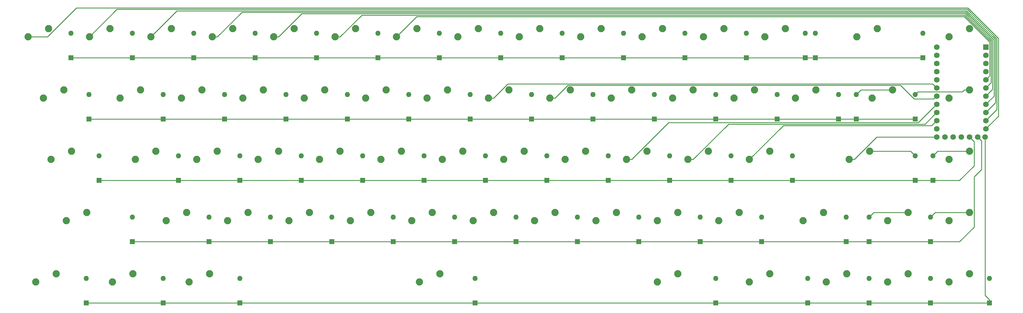
<source format=gbl>
G04 #@! TF.GenerationSoftware,KiCad,Pcbnew,(5.1.5)-3*
G04 #@! TF.CreationDate,2020-08-03T20:25:44+02:00*
G04 #@! TF.ProjectId,odyssey67,6f647973-7365-4793-9637-2e6b69636164,1.0*
G04 #@! TF.SameCoordinates,Original*
G04 #@! TF.FileFunction,Copper,L2,Bot*
G04 #@! TF.FilePolarity,Positive*
%FSLAX46Y46*%
G04 Gerber Fmt 4.6, Leading zero omitted, Abs format (unit mm)*
G04 Created by KiCad (PCBNEW (5.1.5)-3) date 2020-08-03 20:25:44*
%MOMM*%
%LPD*%
G04 APERTURE LIST*
%ADD10C,2.250000*%
%ADD11C,1.752600*%
%ADD12R,1.752600X1.752600*%
%ADD13R,1.600000X1.600000*%
%ADD14O,1.600000X1.600000*%
%ADD15C,0.250000*%
G04 APERTURE END LIST*
D10*
X319246250Y-105410000D03*
X325596250Y-102870000D03*
D11*
X356711250Y-136525000D03*
X354171250Y-136525000D03*
X351631250Y-136525000D03*
X349091250Y-136525000D03*
X346551250Y-136525000D03*
X344011250Y-108585000D03*
X359022650Y-136525000D03*
X344011250Y-111125000D03*
X344011250Y-113665000D03*
X344011250Y-116205000D03*
X344011250Y-118745000D03*
X344011250Y-121285000D03*
X344011250Y-123825000D03*
X344011250Y-126365000D03*
X344011250Y-128905000D03*
X344011250Y-131445000D03*
X344011250Y-133985000D03*
X344011250Y-136525000D03*
X359251250Y-133985000D03*
X359251250Y-131445000D03*
X359251250Y-128905000D03*
X359251250Y-126365000D03*
X359251250Y-123825000D03*
X359251250Y-121285000D03*
X359251250Y-118745000D03*
X359251250Y-116205000D03*
X359251250Y-113665000D03*
X359251250Y-111125000D03*
D12*
X359251250Y-108585000D03*
D10*
X347821250Y-181610000D03*
X354171250Y-179070000D03*
X328771250Y-181610000D03*
X335121250Y-179070000D03*
X309721250Y-181610000D03*
X316071250Y-179070000D03*
X285908750Y-181610000D03*
X292258750Y-179070000D03*
X257333750Y-181610000D03*
X263683750Y-179070000D03*
X183515000Y-181610000D03*
X189865000Y-179070000D03*
X112077500Y-181610000D03*
X118427500Y-179070000D03*
X88265000Y-181610000D03*
X94615000Y-179070000D03*
X64452500Y-181610000D03*
X70802500Y-179070000D03*
X347821250Y-162560000D03*
X354171250Y-160020000D03*
X328771250Y-162560000D03*
X335121250Y-160020000D03*
X302577500Y-162560000D03*
X308927500Y-160020000D03*
X276383750Y-162560000D03*
X282733750Y-160020000D03*
X257333750Y-162560000D03*
X263683750Y-160020000D03*
X238283750Y-162560000D03*
X244633750Y-160020000D03*
X219233750Y-162560000D03*
X225583750Y-160020000D03*
X200183750Y-162560000D03*
X206533750Y-160020000D03*
X181133750Y-162560000D03*
X187483750Y-160020000D03*
X162083750Y-162560000D03*
X168433750Y-160020000D03*
X143033750Y-162560000D03*
X149383750Y-160020000D03*
X123983750Y-162560000D03*
X130333750Y-160020000D03*
X104933750Y-162560000D03*
X111283750Y-160020000D03*
X73977500Y-162560000D03*
X80327500Y-160020000D03*
X347821250Y-143510000D03*
X354171250Y-140970000D03*
X316865000Y-143510000D03*
X323215000Y-140970000D03*
X285908750Y-143510000D03*
X292258750Y-140970000D03*
X247808750Y-143510000D03*
X254158750Y-140970000D03*
X266858750Y-143510000D03*
X273208750Y-140970000D03*
X228758750Y-143510000D03*
X235108750Y-140970000D03*
X209708750Y-143510000D03*
X216058750Y-140970000D03*
X190658750Y-143510000D03*
X197008750Y-140970000D03*
X171608750Y-143510000D03*
X177958750Y-140970000D03*
X152558750Y-143510000D03*
X158908750Y-140970000D03*
X133508750Y-143510000D03*
X139858750Y-140970000D03*
X114458750Y-143510000D03*
X120808750Y-140970000D03*
X95408750Y-143510000D03*
X101758750Y-140970000D03*
X69215000Y-143510000D03*
X75565000Y-140970000D03*
X347821250Y-124460000D03*
X354171250Y-121920000D03*
X324008750Y-124460000D03*
X330358750Y-121920000D03*
X300196250Y-124460000D03*
X306546250Y-121920000D03*
X281146250Y-124460000D03*
X287496250Y-121920000D03*
X262096250Y-124460000D03*
X268446250Y-121920000D03*
X243046250Y-124460000D03*
X249396250Y-121920000D03*
X223996250Y-124460000D03*
X230346250Y-121920000D03*
X204946250Y-124460000D03*
X211296250Y-121920000D03*
X185896250Y-124460000D03*
X192246250Y-121920000D03*
X166846250Y-124460000D03*
X173196250Y-121920000D03*
X147796250Y-124460000D03*
X154146250Y-121920000D03*
X128746250Y-124460000D03*
X135096250Y-121920000D03*
X109696250Y-124460000D03*
X116046250Y-121920000D03*
X90646250Y-124460000D03*
X96996250Y-121920000D03*
X66833750Y-124460000D03*
X73183750Y-121920000D03*
X347821250Y-105410000D03*
X354171250Y-102870000D03*
X290671250Y-105410000D03*
X297021250Y-102870000D03*
X271621250Y-105410000D03*
X277971250Y-102870000D03*
X252571250Y-105410000D03*
X258921250Y-102870000D03*
X233521250Y-105410000D03*
X239871250Y-102870000D03*
X214471250Y-105410000D03*
X220821250Y-102870000D03*
X195421250Y-105410000D03*
X201771250Y-102870000D03*
X176371250Y-105410000D03*
X182721250Y-102870000D03*
X157321250Y-105410000D03*
X163671250Y-102870000D03*
X138271250Y-105410000D03*
X144621250Y-102870000D03*
X119221250Y-105410000D03*
X125571250Y-102870000D03*
X100171250Y-105410000D03*
X106521250Y-102870000D03*
X62071250Y-105410000D03*
X68421250Y-102870000D03*
X81121250Y-105410000D03*
X87471250Y-102870000D03*
D13*
X360362500Y-188118750D03*
D14*
X360362500Y-180498750D03*
D13*
X342106250Y-188118750D03*
D14*
X342106250Y-180498750D03*
D13*
X323056250Y-188118750D03*
D14*
X323056250Y-180498750D03*
D13*
X304006250Y-188118750D03*
D14*
X304006250Y-180498750D03*
D13*
X275431250Y-188118750D03*
D14*
X275431250Y-180498750D03*
D13*
X200818750Y-188118750D03*
D14*
X200818750Y-180498750D03*
D13*
X127793750Y-188118750D03*
D14*
X127793750Y-180498750D03*
D13*
X103981250Y-188118750D03*
D14*
X103981250Y-180498750D03*
D13*
X80168750Y-188118750D03*
D14*
X80168750Y-180498750D03*
D13*
X342106250Y-169068750D03*
D14*
X342106250Y-161448750D03*
D13*
X323056250Y-169068750D03*
D14*
X323056250Y-161448750D03*
D13*
X315912500Y-169068750D03*
D14*
X315912500Y-161448750D03*
D13*
X289718750Y-169068750D03*
D14*
X289718750Y-161448750D03*
D13*
X270668750Y-169068750D03*
D14*
X270668750Y-161448750D03*
D13*
X251618750Y-169068750D03*
D14*
X251618750Y-161448750D03*
D13*
X232568750Y-169068750D03*
D14*
X232568750Y-161448750D03*
D13*
X213518750Y-169068750D03*
D14*
X213518750Y-161448750D03*
D13*
X194468750Y-169068750D03*
D14*
X194468750Y-161448750D03*
D13*
X175418750Y-169068750D03*
D14*
X175418750Y-161448750D03*
D13*
X156368750Y-169068750D03*
D14*
X156368750Y-161448750D03*
D13*
X137318750Y-169068750D03*
D14*
X137318750Y-161448750D03*
D13*
X118268750Y-169068750D03*
D14*
X118268750Y-161448750D03*
D13*
X94456250Y-169068750D03*
D14*
X94456250Y-161448750D03*
D13*
X342900000Y-150018750D03*
D14*
X342900000Y-142398750D03*
D13*
X337343750Y-150018750D03*
D14*
X337343750Y-142398750D03*
D13*
X299243750Y-150018750D03*
D14*
X299243750Y-142398750D03*
D13*
X280193750Y-150018750D03*
D14*
X280193750Y-142398750D03*
D13*
X261143750Y-150018750D03*
D14*
X261143750Y-142398750D03*
D13*
X242093750Y-150018750D03*
D14*
X242093750Y-142398750D03*
D13*
X223043750Y-150018750D03*
D14*
X223043750Y-142398750D03*
D13*
X203993750Y-150018750D03*
D14*
X203993750Y-142398750D03*
D13*
X184943750Y-150018750D03*
D14*
X184943750Y-142398750D03*
D13*
X165893750Y-150018750D03*
D14*
X165893750Y-142398750D03*
D13*
X146843750Y-150018750D03*
D14*
X146843750Y-142398750D03*
D13*
X127793750Y-150018750D03*
D14*
X127793750Y-142398750D03*
D13*
X108743750Y-150018750D03*
D14*
X108743750Y-142398750D03*
D13*
X84137500Y-150018750D03*
D14*
X84137500Y-142398750D03*
D13*
X337343750Y-130968750D03*
D14*
X337343750Y-123348750D03*
D13*
X319087500Y-130968750D03*
D14*
X319087500Y-123348750D03*
D13*
X313531250Y-130968750D03*
D14*
X313531250Y-123348750D03*
D13*
X294481250Y-130968750D03*
D14*
X294481250Y-123348750D03*
D13*
X275431250Y-130968750D03*
D14*
X275431250Y-123348750D03*
D13*
X256381250Y-130968750D03*
D14*
X256381250Y-123348750D03*
D13*
X237331250Y-130968750D03*
D14*
X237331250Y-123348750D03*
D13*
X218281250Y-130968750D03*
D14*
X218281250Y-123348750D03*
D13*
X199231250Y-130968750D03*
D14*
X199231250Y-123348750D03*
D13*
X180181250Y-130968750D03*
D14*
X180181250Y-123348750D03*
D13*
X161131250Y-130968750D03*
D14*
X161131250Y-123348750D03*
D13*
X142081250Y-130968750D03*
D14*
X142081250Y-123348750D03*
D13*
X123031250Y-130968750D03*
D14*
X123031250Y-123348750D03*
D13*
X103981250Y-130968750D03*
D14*
X103981250Y-123348750D03*
D13*
X80962500Y-130968750D03*
D14*
X80962500Y-123348750D03*
D13*
X339725000Y-111918750D03*
D14*
X339725000Y-104298750D03*
D13*
X306387500Y-111918750D03*
D14*
X306387500Y-104298750D03*
D13*
X303212500Y-111918750D03*
D14*
X303212500Y-104298750D03*
D13*
X284956250Y-111918750D03*
D14*
X284956250Y-104298750D03*
D13*
X265906250Y-111918750D03*
D14*
X265906250Y-104298750D03*
D13*
X246856250Y-111918750D03*
D14*
X246856250Y-104298750D03*
D13*
X227806250Y-111918750D03*
D14*
X227806250Y-104298750D03*
D13*
X208756250Y-111918750D03*
D14*
X208756250Y-104298750D03*
D13*
X189706250Y-111918750D03*
D14*
X189706250Y-104298750D03*
D13*
X170656250Y-111918750D03*
D14*
X170656250Y-104298750D03*
D13*
X151606250Y-111918750D03*
D14*
X151606250Y-104298750D03*
D13*
X132556250Y-111918750D03*
D14*
X132556250Y-104298750D03*
D13*
X113506250Y-111918750D03*
D14*
X113506250Y-104298750D03*
D13*
X94456250Y-111918750D03*
D14*
X94456250Y-104298750D03*
D13*
X75406250Y-111918750D03*
D14*
X75406250Y-104298750D03*
D15*
X75406250Y-111918750D02*
X94456250Y-111918750D01*
X94456250Y-111918750D02*
X113506250Y-111918750D01*
X113506250Y-111918750D02*
X132556250Y-111918750D01*
X132556250Y-111918750D02*
X151606250Y-111918750D01*
X151606250Y-111918750D02*
X170656250Y-111918750D01*
X170656250Y-111918750D02*
X189706250Y-111918750D01*
X189706250Y-111918750D02*
X208756250Y-111918750D01*
X208756250Y-111918750D02*
X227806250Y-111918750D01*
X227806250Y-111918750D02*
X246856250Y-111918750D01*
X246856250Y-111918750D02*
X265906250Y-111918750D01*
X265906250Y-111918750D02*
X284956250Y-111918750D01*
X284956250Y-111918750D02*
X303212500Y-111918750D01*
X303212500Y-111918750D02*
X306387500Y-111918750D01*
X306387500Y-111918750D02*
X339725000Y-111918750D01*
X80962500Y-130968750D02*
X103981250Y-130968750D01*
X103981250Y-130968750D02*
X123031250Y-130968750D01*
X123031250Y-130968750D02*
X142081250Y-130968750D01*
X142081250Y-130968750D02*
X161131250Y-130968750D01*
X161131250Y-130968750D02*
X180181250Y-130968750D01*
X180181250Y-130968750D02*
X199231250Y-130968750D01*
X199231250Y-130968750D02*
X218281250Y-130968750D01*
X218281250Y-130968750D02*
X237331250Y-130968750D01*
X237331250Y-130968750D02*
X256381250Y-130968750D01*
X256381250Y-130968750D02*
X275431250Y-130968750D01*
X275431250Y-130968750D02*
X294481250Y-130968750D01*
X294481250Y-130968750D02*
X313531250Y-130968750D01*
X313531250Y-130968750D02*
X319087500Y-130968750D01*
X319087500Y-130968750D02*
X337343750Y-130968750D01*
X320516250Y-121920000D02*
X330358750Y-121920000D01*
X319087500Y-123348750D02*
X320516250Y-121920000D01*
X352580260Y-121920000D02*
X354171250Y-121920000D01*
X352013959Y-122486301D02*
X352580260Y-121920000D01*
X338206199Y-122486301D02*
X352013959Y-122486301D01*
X337343750Y-123348750D02*
X338206199Y-122486301D01*
X84137500Y-150018750D02*
X108743750Y-150018750D01*
X108743750Y-150018750D02*
X127793750Y-150018750D01*
X128843750Y-150018750D02*
X146843750Y-150018750D01*
X127793750Y-150018750D02*
X128843750Y-150018750D01*
X146843750Y-150018750D02*
X165893750Y-150018750D01*
X165893750Y-150018750D02*
X184943750Y-150018750D01*
X184943750Y-150018750D02*
X203993750Y-150018750D01*
X203993750Y-150018750D02*
X223043750Y-150018750D01*
X223043750Y-150018750D02*
X242093750Y-150018750D01*
X242093750Y-150018750D02*
X261143750Y-150018750D01*
X261143750Y-150018750D02*
X280193750Y-150018750D01*
X280193750Y-150018750D02*
X299243750Y-150018750D01*
X355047549Y-137401299D02*
X354171250Y-136525000D01*
X351094474Y-150018750D02*
X355621251Y-145491973D01*
X355621251Y-137975001D02*
X355047549Y-137401299D01*
X355621251Y-145491973D02*
X355621251Y-137975001D01*
X342900000Y-150018750D02*
X351094474Y-150018750D01*
X337343750Y-150018750D02*
X342900000Y-150018750D01*
X299243750Y-150018750D02*
X337343750Y-150018750D01*
X335915000Y-140970000D02*
X337343750Y-142398750D01*
X323215000Y-140970000D02*
X335915000Y-140970000D01*
X344328750Y-140970000D02*
X354171250Y-140970000D01*
X342900000Y-142398750D02*
X344328750Y-140970000D01*
X94456250Y-169068750D02*
X118268750Y-169068750D01*
X118268750Y-169068750D02*
X137318750Y-169068750D01*
X137318750Y-169068750D02*
X156368750Y-169068750D01*
X156368750Y-169068750D02*
X175418750Y-169068750D01*
X175418750Y-169068750D02*
X194468750Y-169068750D01*
X194468750Y-169068750D02*
X213518750Y-169068750D01*
X213518750Y-169068750D02*
X232568750Y-169068750D01*
X232568750Y-169068750D02*
X251618750Y-169068750D01*
X251618750Y-169068750D02*
X270668750Y-169068750D01*
X270668750Y-169068750D02*
X289718750Y-169068750D01*
X289718750Y-169068750D02*
X315912500Y-169068750D01*
X315912500Y-169068750D02*
X323056250Y-169068750D01*
X323056250Y-169068750D02*
X342106250Y-169068750D01*
X357587549Y-137401299D02*
X356711250Y-136525000D01*
X357911251Y-137725001D02*
X357587549Y-137401299D01*
X357911251Y-146626001D02*
X357911251Y-137725001D01*
X355621251Y-148916001D02*
X357911251Y-146626001D01*
X355621251Y-164541973D02*
X355621251Y-148916001D01*
X351094474Y-169068750D02*
X355621251Y-164541973D01*
X342106250Y-169068750D02*
X351094474Y-169068750D01*
X324485000Y-160020000D02*
X335121250Y-160020000D01*
X323056250Y-161448750D02*
X324485000Y-160020000D01*
X343535000Y-160020000D02*
X354171250Y-160020000D01*
X342106250Y-161448750D02*
X343535000Y-160020000D01*
X80168750Y-188118750D02*
X103981250Y-188118750D01*
X103981250Y-188118750D02*
X127793750Y-188118750D01*
X128843750Y-188118750D02*
X200818750Y-188118750D01*
X127793750Y-188118750D02*
X128843750Y-188118750D01*
X201868750Y-188118750D02*
X275431250Y-188118750D01*
X200818750Y-188118750D02*
X201868750Y-188118750D01*
X275431250Y-188118750D02*
X304006250Y-188118750D01*
X304006250Y-188118750D02*
X323056250Y-188118750D01*
X323056250Y-188118750D02*
X342106250Y-188118750D01*
X342106250Y-188118750D02*
X360362500Y-188118750D01*
X359022650Y-185728900D02*
X359022650Y-137764275D01*
X360362500Y-187068750D02*
X359022650Y-185728900D01*
X359022650Y-137764275D02*
X359022650Y-136525000D01*
X360362500Y-188118750D02*
X360362500Y-187068750D01*
X360127549Y-133108701D02*
X359251250Y-133985000D01*
X363152611Y-130083639D02*
X360127549Y-133108701D01*
X363152611Y-105886899D02*
X363152611Y-130083639D01*
X353681657Y-96415945D02*
X363152611Y-105886899D01*
X77101295Y-96415945D02*
X353681657Y-96415945D01*
X68107240Y-105410000D02*
X77101295Y-96415945D01*
X62071250Y-105410000D02*
X68107240Y-105410000D01*
X360127549Y-130568701D02*
X359251250Y-131445000D01*
X362702601Y-127993649D02*
X360127549Y-130568701D01*
X362702601Y-106073299D02*
X362702601Y-127993649D01*
X353495256Y-96865954D02*
X362702601Y-106073299D01*
X89665296Y-96865954D02*
X353495256Y-96865954D01*
X81121250Y-105410000D02*
X89665296Y-96865954D01*
X360127549Y-128028701D02*
X359251250Y-128905000D01*
X362252591Y-125903659D02*
X360127549Y-128028701D01*
X362252591Y-106259699D02*
X362252591Y-125903659D01*
X353308855Y-97315963D02*
X362252591Y-106259699D01*
X108265288Y-97315962D02*
X353308855Y-97315963D01*
X100171250Y-105410000D02*
X108265288Y-97315962D01*
X361802581Y-106446099D02*
X361802581Y-123813669D01*
X353122454Y-97765972D02*
X361802581Y-106446099D01*
X128456268Y-97765972D02*
X353122454Y-97765972D01*
X120812240Y-105410000D02*
X128456268Y-97765972D01*
X360127549Y-125488701D02*
X359251250Y-126365000D01*
X361802581Y-123813669D02*
X360127549Y-125488701D01*
X119221250Y-105410000D02*
X120812240Y-105410000D01*
X360127549Y-122948701D02*
X359251250Y-123825000D01*
X361352571Y-121723679D02*
X360127549Y-122948701D01*
X361352571Y-106632499D02*
X361352571Y-121723679D01*
X352936053Y-98215981D02*
X361352571Y-106632499D01*
X147056259Y-98215981D02*
X352936053Y-98215981D01*
X139862240Y-105410000D02*
X147056259Y-98215981D01*
X138271250Y-105410000D02*
X139862240Y-105410000D01*
X360902561Y-119633689D02*
X360127549Y-120408701D01*
X360902561Y-106818899D02*
X360902561Y-119633689D01*
X352749652Y-98665990D02*
X360902561Y-106818899D01*
X165656250Y-98665990D02*
X352749652Y-98665990D01*
X360127549Y-120408701D02*
X359251250Y-121285000D01*
X158912240Y-105410000D02*
X165656250Y-98665990D01*
X157321250Y-105410000D02*
X158912240Y-105410000D01*
X360452551Y-107005299D02*
X360452551Y-117543699D01*
X360127549Y-117868701D02*
X359251250Y-118745000D01*
X360452551Y-117543699D02*
X360127549Y-117868701D01*
X352563251Y-99115999D02*
X360452551Y-107005299D01*
X182665251Y-99115999D02*
X352563251Y-99115999D01*
X176371250Y-105410000D02*
X182665251Y-99115999D01*
X343134951Y-120408701D02*
X344011250Y-121285000D01*
X342746240Y-120019990D02*
X343134951Y-120408701D01*
X210977250Y-120019990D02*
X342746240Y-120019990D01*
X206537240Y-124460000D02*
X210977250Y-120019990D01*
X204946250Y-124460000D02*
X206537240Y-124460000D01*
X343134951Y-124701299D02*
X344011250Y-123825000D01*
X332799997Y-120469999D02*
X337031297Y-124701299D01*
X229577241Y-120469999D02*
X332799997Y-120469999D01*
X337031297Y-124701299D02*
X343134951Y-124701299D01*
X225587240Y-124460000D02*
X229577241Y-120469999D01*
X223996250Y-124460000D02*
X225587240Y-124460000D01*
X338282499Y-132093751D02*
X343134951Y-127241299D01*
X343134951Y-127241299D02*
X344011250Y-126365000D01*
X249399740Y-143510000D02*
X260815989Y-132093751D01*
X260815989Y-132093751D02*
X338282499Y-132093751D01*
X247808750Y-143510000D02*
X249399740Y-143510000D01*
X343134951Y-129781299D02*
X344011250Y-128905000D01*
X279415979Y-132543761D02*
X340372489Y-132543761D01*
X268449740Y-143510000D02*
X279415979Y-132543761D01*
X340372489Y-132543761D02*
X343134951Y-129781299D01*
X266858750Y-143510000D02*
X268449740Y-143510000D01*
X343134951Y-132321299D02*
X344011250Y-131445000D01*
X296424979Y-132993771D02*
X342462479Y-132993771D01*
X342462479Y-132993771D02*
X343134951Y-132321299D01*
X285908750Y-143510000D02*
X296424979Y-132993771D01*
X342771975Y-136525000D02*
X344011250Y-136525000D01*
X325440990Y-136525000D02*
X342771975Y-136525000D01*
X318455990Y-143510000D02*
X325440990Y-136525000D01*
X316865000Y-143510000D02*
X318455990Y-143510000D01*
M02*

</source>
